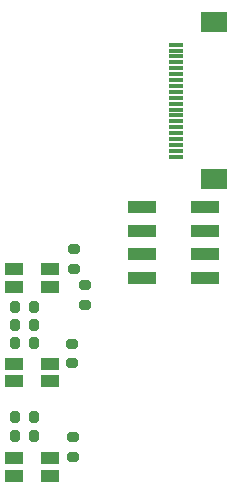
<source format=gbr>
%TF.GenerationSoftware,KiCad,Pcbnew,6.99.0-1.20221101gitf80c150.fc36*%
%TF.CreationDate,2022-11-27T20:33:09+00:00*%
%TF.ProjectId,bugg-led-r4,62756767-2d6c-4656-942d-72342e6b6963,rev?*%
%TF.SameCoordinates,Original*%
%TF.FileFunction,Paste,Bot*%
%TF.FilePolarity,Positive*%
%FSLAX46Y46*%
G04 Gerber Fmt 4.6, Leading zero omitted, Abs format (unit mm)*
G04 Created by KiCad (PCBNEW 6.99.0-1.20221101gitf80c150.fc36) date 2022-11-27 20:33:09*
%MOMM*%
%LPD*%
G01*
G04 APERTURE LIST*
G04 Aperture macros list*
%AMRoundRect*
0 Rectangle with rounded corners*
0 $1 Rounding radius*
0 $2 $3 $4 $5 $6 $7 $8 $9 X,Y pos of 4 corners*
0 Add a 4 corners polygon primitive as box body*
4,1,4,$2,$3,$4,$5,$6,$7,$8,$9,$2,$3,0*
0 Add four circle primitives for the rounded corners*
1,1,$1+$1,$2,$3*
1,1,$1+$1,$4,$5*
1,1,$1+$1,$6,$7*
1,1,$1+$1,$8,$9*
0 Add four rect primitives between the rounded corners*
20,1,$1+$1,$2,$3,$4,$5,0*
20,1,$1+$1,$4,$5,$6,$7,0*
20,1,$1+$1,$6,$7,$8,$9,0*
20,1,$1+$1,$8,$9,$2,$3,0*%
G04 Aperture macros list end*
%ADD10RoundRect,0.200000X0.200000X0.275000X-0.200000X0.275000X-0.200000X-0.275000X0.200000X-0.275000X0*%
%ADD11RoundRect,0.200000X-0.275000X0.200000X-0.275000X-0.200000X0.275000X-0.200000X0.275000X0.200000X0*%
%ADD12R,1.500000X1.100000*%
%ADD13R,2.350000X1.000000*%
%ADD14R,1.300000X0.300000*%
%ADD15R,2.200000X1.800000*%
G04 APERTURE END LIST*
D10*
%TO.C,R206*%
X175000Y-28400000D03*
X-1475000Y-28400000D03*
%TD*%
D11*
%TO.C,R203*%
X3450000Y-28475000D03*
X3450000Y-30125000D03*
%TD*%
D10*
%TO.C,R209*%
X175000Y-26800000D03*
X-1475000Y-26800000D03*
%TD*%
D12*
%TO.C,LED203*%
X-1499999Y-31749999D03*
X1499999Y-31749999D03*
X1499999Y-30249999D03*
X-1499999Y-30249999D03*
%TD*%
D13*
%TO.C,J201*%
X9324999Y-8999999D03*
X14674999Y-8999999D03*
X9324999Y-10999999D03*
X14674999Y-10999999D03*
X9324999Y-12999999D03*
X14674999Y-12999999D03*
X9324999Y-14999999D03*
X14674999Y-14999999D03*
%TD*%
D11*
%TO.C,R201*%
X3550000Y-12575000D03*
X3550000Y-14225000D03*
%TD*%
D12*
%TO.C,LED202*%
X-1499999Y-23749999D03*
X1499999Y-23749999D03*
X1499999Y-22249999D03*
X-1499999Y-22249999D03*
%TD*%
D10*
%TO.C,R205*%
X175000Y-20500000D03*
X-1475000Y-20500000D03*
%TD*%
D11*
%TO.C,R202*%
X3350000Y-20575000D03*
X3350000Y-22225000D03*
%TD*%
D12*
%TO.C,LED201*%
X-1499999Y-15749999D03*
X1499999Y-15749999D03*
X1499999Y-14249999D03*
X-1499999Y-14249999D03*
%TD*%
D10*
%TO.C,R208*%
X175000Y-19000000D03*
X-1475000Y-19000000D03*
%TD*%
D11*
%TO.C,R204*%
X4450000Y-15625000D03*
X4450000Y-17275000D03*
%TD*%
D10*
%TO.C,R207*%
X175000Y-17450000D03*
X-1475000Y-17450000D03*
%TD*%
D14*
%TO.C,J202*%
X12149999Y4749999D03*
X12149999Y4249999D03*
X12149999Y3749999D03*
X12149999Y3249999D03*
X12149999Y2749999D03*
X12149999Y2249999D03*
X12149999Y1749999D03*
X12149999Y1249999D03*
X12149999Y749999D03*
X12149999Y249999D03*
X12149999Y-249999D03*
X12149999Y-749999D03*
X12149999Y-1249999D03*
X12149999Y-1749999D03*
X12149999Y-2249999D03*
X12149999Y-2749999D03*
X12149999Y-3249999D03*
X12149999Y-3749999D03*
X12149999Y-4249999D03*
X12149999Y-4749999D03*
D15*
X15399999Y6649999D03*
X15399999Y-6649999D03*
%TD*%
M02*

</source>
